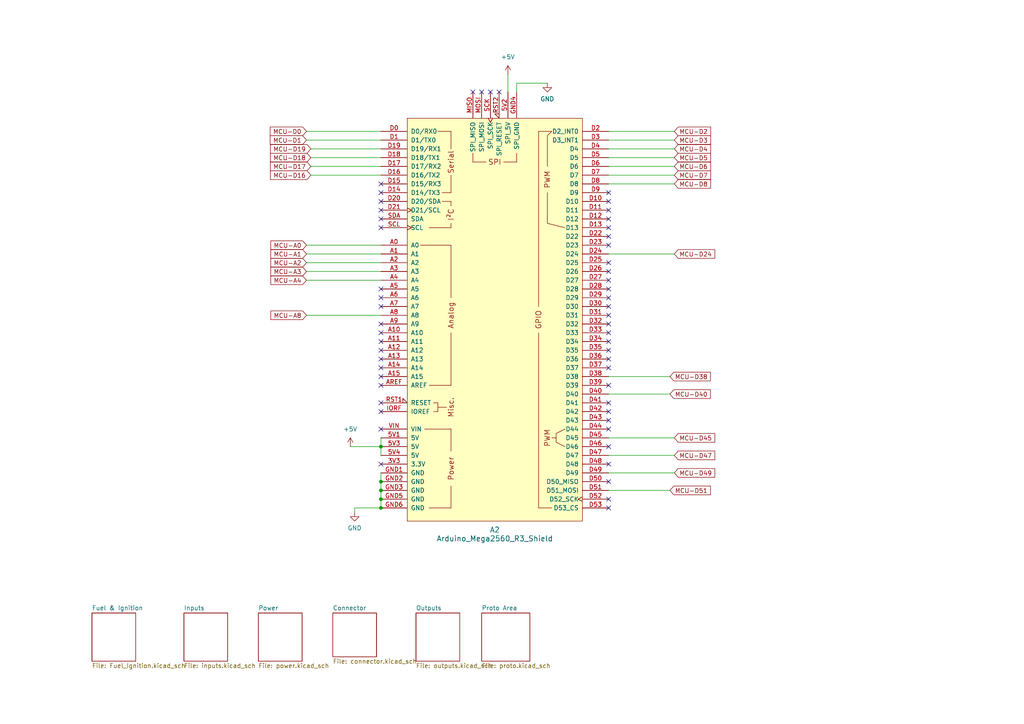
<source format=kicad_sch>
(kicad_sch (version 20231120) (generator "eeschema") (generator_version "8.0")
  (paper "A4")
  (lib_symbols
    (symbol "PCM_arduino-library:Arduino_Mega2560_R3_Shield" (pin_names (offset 1.016))
      (property "Reference" "A" (at 0 -62.23 0))
      (property "Value" "Arduino_Mega2560_R3_Shield" (at 0 -66.04 0))
      (symbol "Arduino_Mega2560_R3_Shield_0_0"
        (rectangle (start -25.4 -58.42) (end 25.4 58.42) (fill (type background)))
        (rectangle (start -20.32 -31.75) (end -12.7 -31.75))
        (rectangle (start -19.05 -54.61) (end -12.7 -54.61))
        (rectangle (start -19.05 -19.05) (end -12.7 -19.05))
        (rectangle (start -19.05 26.67) (end -12.7 26.67))
        (rectangle (start -17.78 -26.67) (end -16.51 -26.67))
        (rectangle (start -17.78 -24.13) (end -16.51 -24.13))
        (rectangle (start -16.51 -25.4) (end -13.97 -25.4))
        (rectangle (start -16.51 -24.13) (end -16.51 -26.67))
        (rectangle (start -16.51 54.61) (end -12.7 54.61))
        (rectangle (start -15.24 34.29) (end -12.7 34.29))
        (rectangle (start -15.24 36.83) (end -12.7 36.83))
        (rectangle (start -12.7 -54.61) (end -12.7 -48.26))
        (rectangle (start -12.7 -31.75) (end -12.7 -38.1))
        (rectangle (start -12.7 26.67) (end -12.7 27.94))
        (rectangle (start -12.7 34.29) (end -12.7 33.02))
        (rectangle (start -12.7 41.91) (end -12.7 36.83))
        (rectangle (start -12.7 49.53) (end -12.7 54.61))
        (rectangle (start -6.35 48.26) (end -6.35 45.72))
        (rectangle (start -2.54 45.72) (end -6.35 45.72))
        (polyline (pts (xy -21.59 21.59) (xy -12.7 21.59)))
        (polyline (pts (xy -12.7 -19.05) (xy -12.7 -3.81)))
        (polyline (pts (xy -12.7 6.35) (xy -12.7 21.59)))
        (polyline (pts (xy 12.7 -54.61) (xy 16.51 -54.61)))
        (polyline (pts (xy 12.7 54.61) (xy 16.51 54.61)))
        (polyline (pts (xy 17.78 -34.29) (xy 16.51 -34.29)))
        (polyline (pts (xy 15.24 36.83) (xy 15.24 27.94) (xy 20.32 26.67)))
        (polyline (pts (xy 15.24 44.45) (xy 15.24 53.34) (xy 16.51 54.61)))
        (polyline (pts (xy 20.32 -31.75) (xy 17.78 -33.02) (xy 17.78 -35.56) (xy 20.32 -36.83)))
        (rectangle (start 6.35 45.72) (end 2.54 45.72))
        (rectangle (start 6.35 48.26) (end 6.35 45.72))
        (text "Analog" (at -12.7 1.27 900) (effects (font (size 1.524 1.524))))
        (text "I²C" (at -12.7 30.48 900) (effects (font (size 1.524 1.524))))
        (text "Misc." (at -12.7 -25.4 900) (effects (font (size 1.524 1.524))))
        (text "Power" (at -12.7 -43.18 900) (effects (font (size 1.524 1.524))))
        (text "PWM" (at 15.24 -34.29 900) (effects (font (size 1.524 1.524))))
        (text "PWM" (at 15.24 40.64 900) (effects (font (size 1.524 1.524))))
        (text "Serial" (at -12.7 45.72 900) (effects (font (size 1.524 1.524))))
        (text "SPI" (at 0 45.72 0) (effects (font (size 1.524 1.524))))
      )
      (symbol "Arduino_Mega2560_R3_Shield_1_0"
        (rectangle (start 12.7 -54.61) (end 12.7 -3.81))
        (rectangle (start 12.7 54.61) (end 12.7 3.81))
        (text "GPIO" (at 12.7 0 900) (effects (font (size 1.524 1.524))))
      )
      (symbol "Arduino_Mega2560_R3_Shield_1_1"
        (pin power_out line (at -33.02 -41.91 0) (length 7.62) (name "3.3V") (number "3V3"))
        (pin power_in line (at -33.02 -34.29 0) (length 7.62) (name "5V") (number "5V1"))
        (pin power_in line (at 3.81 66.04 270) (length 7.62) (name "SPI_5V") (number "5V2"))
        (pin power_in line (at -33.02 -36.83 0) (length 7.62) (name "5V") (number "5V3"))
        (pin power_in line (at -33.02 -39.37 0) (length 7.62) (name "5V") (number "5V4"))
        (pin bidirectional line (at -33.02 21.59 0) (length 7.62) (name "A0") (number "A0"))
        (pin bidirectional line (at -33.02 19.05 0) (length 7.62) (name "A1") (number "A1"))
        (pin bidirectional line (at -33.02 -3.81 0) (length 7.62) (name "A10") (number "A10"))
        (pin bidirectional line (at -33.02 -6.35 0) (length 7.62) (name "A11") (number "A11"))
        (pin bidirectional line (at -33.02 -8.89 0) (length 7.62) (name "A12") (number "A12"))
        (pin bidirectional line (at -33.02 -11.43 0) (length 7.62) (name "A13") (number "A13"))
        (pin bidirectional line (at -33.02 -13.97 0) (length 7.62) (name "A14") (number "A14"))
        (pin bidirectional line (at -33.02 -16.51 0) (length 7.62) (name "A15") (number "A15"))
        (pin bidirectional line (at -33.02 16.51 0) (length 7.62) (name "A2") (number "A2"))
        (pin bidirectional line (at -33.02 13.97 0) (length 7.62) (name "A3") (number "A3"))
        (pin bidirectional line (at -33.02 11.43 0) (length 7.62) (name "A4") (number "A4"))
        (pin bidirectional line (at -33.02 8.89 0) (length 7.62) (name "A5") (number "A5"))
        (pin bidirectional line (at -33.02 6.35 0) (length 7.62) (name "A6") (number "A6"))
        (pin bidirectional line (at -33.02 3.81 0) (length 7.62) (name "A7") (number "A7"))
        (pin bidirectional line (at -33.02 1.27 0) (length 7.62) (name "A8") (number "A8"))
        (pin bidirectional line (at -33.02 -1.27 0) (length 7.62) (name "A9") (number "A9"))
        (pin input line (at -33.02 -19.05 0) (length 7.62) (name "AREF") (number "AREF"))
        (pin bidirectional line (at -33.02 54.61 0) (length 7.62) (name "D0/RX0") (number "D0"))
        (pin bidirectional line (at -33.02 52.07 0) (length 7.62) (name "D1/TX0") (number "D1"))
        (pin bidirectional line (at 33.02 34.29 180) (length 7.62) (name "D10") (number "D10"))
        (pin bidirectional line (at 33.02 31.75 180) (length 7.62) (name "D11") (number "D11"))
        (pin bidirectional line (at 33.02 29.21 180) (length 7.62) (name "D12") (number "D12"))
        (pin bidirectional line (at 33.02 26.67 180) (length 7.62) (name "D13") (number "D13"))
        (pin bidirectional line (at -33.02 36.83 0) (length 7.62) (name "D14/TX3") (number "D14"))
        (pin bidirectional line (at -33.02 39.37 0) (length 7.62) (name "D15/RX3") (number "D15"))
        (pin bidirectional line (at -33.02 41.91 0) (length 7.62) (name "D16/TX2") (number "D16"))
        (pin bidirectional line (at -33.02 44.45 0) (length 7.62) (name "D17/RX2") (number "D17"))
        (pin bidirectional line (at -33.02 46.99 0) (length 7.62) (name "D18/TX1") (number "D18"))
        (pin bidirectional line (at -33.02 49.53 0) (length 7.62) (name "D19/RX1") (number "D19"))
        (pin bidirectional line (at 33.02 54.61 180) (length 7.62) (name "D2_INT0") (number "D2"))
        (pin bidirectional line (at -33.02 34.29 0) (length 7.62) (name "D20/SDA") (number "D20"))
        (pin bidirectional clock (at -33.02 31.75 0) (length 7.62) (name "D21/SCL") (number "D21"))
        (pin bidirectional line (at 33.02 24.13 180) (length 7.62) (name "D22") (number "D22"))
        (pin bidirectional line (at 33.02 21.59 180) (length 7.62) (name "D23") (number "D23"))
        (pin bidirectional line (at 33.02 19.05 180) (length 7.62) (name "D24") (number "D24"))
        (pin bidirectional line (at 33.02 16.51 180) (length 7.62) (name "D25") (number "D25"))
        (pin bidirectional line (at 33.02 13.97 180) (length 7.62) (name "D26") (number "D26"))
        (pin bidirectional line (at 33.02 11.43 180) (length 7.62) (name "D27") (number "D27"))
        (pin bidirectional line (at 33.02 8.89 180) (length 7.62) (name "D28") (number "D28"))
        (pin bidirectional line (at 33.02 6.35 180) (length 7.62) (name "D29") (number "D29"))
        (pin bidirectional line (at 33.02 52.07 180) (length 7.62) (name "D3_INT1") (number "D3"))
        (pin bidirectional line (at 33.02 3.81 180) (length 7.62) (name "D30") (number "D30"))
        (pin bidirectional line (at 33.02 1.27 180) (length 7.62) (name "D31") (number "D31"))
        (pin bidirectional line (at 33.02 -1.27 180) (length 7.62) (name "D32") (number "D32"))
        (pin bidirectional line (at 33.02 -3.81 180) (length 7.62) (name "D33") (number "D33"))
        (pin bidirectional line (at 33.02 -6.35 180) (length 7.62) (name "D34") (number "D34"))
        (pin bidirectional line (at 33.02 -8.89 180) (length 7.62) (name "D35") (number "D35"))
        (pin bidirectional line (at 33.02 -11.43 180) (length 7.62) (name "D36") (number "D36"))
        (pin bidirectional line (at 33.02 -13.97 180) (length 7.62) (name "D37") (number "D37"))
        (pin bidirectional line (at 33.02 -16.51 180) (length 7.62) (name "D38") (number "D38"))
        (pin bidirectional line (at 33.02 -19.05 180) (length 7.62) (name "D39") (number "D39"))
        (pin bidirectional line (at 33.02 49.53 180) (length 7.62) (name "D4") (number "D4"))
        (pin bidirectional line (at 33.02 -21.59 180) (length 7.62) (name "D40") (number "D40"))
        (pin bidirectional line (at 33.02 -24.13 180) (length 7.62) (name "D41") (number "D41"))
        (pin bidirectional line (at 33.02 -26.67 180) (length 7.62) (name "D42") (number "D42"))
        (pin bidirectional line (at 33.02 -29.21 180) (length 7.62) (name "D43") (number "D43"))
        (pin bidirectional line (at 33.02 -31.75 180) (length 7.62) (name "D44") (number "D44"))
        (pin bidirectional line (at 33.02 -34.29 180) (length 7.62) (name "D45") (number "D45"))
        (pin bidirectional line (at 33.02 -36.83 180) (length 7.62) (name "D46") (number "D46"))
        (pin bidirectional line (at 33.02 -39.37 180) (length 7.62) (name "D47") (number "D47"))
        (pin bidirectional line (at 33.02 -41.91 180) (length 7.62) (name "D48") (number "D48"))
        (pin bidirectional line (at 33.02 -44.45 180) (length 7.62) (name "D49") (number "D49"))
        (pin bidirectional line (at 33.02 46.99 180) (length 7.62) (name "D5") (number "D5"))
        (pin bidirectional line (at 33.02 -46.99 180) (length 7.62) (name "D50_MISO") (number "D50"))
        (pin bidirectional line (at 33.02 -49.53 180) (length 7.62) (name "D51_MOSI") (number "D51"))
        (pin bidirectional clock (at 33.02 -52.07 180) (length 7.62) (name "D52_SCK") (number "D52"))
        (pin bidirectional line (at 33.02 -54.61 180) (length 7.62) (name "D53_CS") (number "D53"))
        (pin bidirectional line (at 33.02 44.45 180) (length 7.62) (name "D6") (number "D6"))
        (pin bidirectional line (at 33.02 41.91 180) (length 7.62) (name "D7") (number "D7"))
        (pin bidirectional line (at 33.02 39.37 180) (length 7.62) (name "D8") (number "D8"))
        (pin bidirectional line (at 33.02 36.83 180) (length 7.62) (name "D9") (number "D9"))
        (pin power_in line (at -33.02 -44.45 0) (length 7.62) (name "GND") (number "GND1"))
        (pin power_in line (at -33.02 -46.99 0) (length 7.62) (name "GND") (number "GND2"))
        (pin power_in line (at -33.02 -49.53 0) (length 7.62) (name "GND") (number "GND3"))
        (pin power_in line (at 6.35 66.04 270) (length 7.62) (name "SPI_GND") (number "GND4"))
        (pin power_in line (at -33.02 -52.07 0) (length 7.62) (name "GND") (number "GND5"))
        (pin power_in line (at -33.02 -54.61 0) (length 7.62) (name "GND") (number "GND6"))
        (pin output line (at -33.02 -26.67 0) (length 7.62) (name "IOREF") (number "IORF"))
        (pin input line (at -6.35 66.04 270) (length 7.62) (name "SPI_MISO") (number "MISO"))
        (pin output line (at -3.81 66.04 270) (length 7.62) (name "SPI_MOSI") (number "MOSI"))
        (pin open_collector input_low (at -33.02 -24.13 0) (length 7.62) (name "RESET") (number "RST1"))
        (pin open_collector input_low (at 1.27 66.04 270) (length 7.62) (name "SPI_RESET") (number "RST2"))
        (pin output clock (at -1.27 66.04 270) (length 7.62) (name "SPI_SCK") (number "SCK"))
        (pin bidirectional clock (at -33.02 26.67 0) (length 7.62) (name "SCL") (number "SCL"))
        (pin bidirectional line (at -33.02 29.21 0) (length 7.62) (name "SDA") (number "SDA"))
        (pin power_in line (at -33.02 -31.75 0) (length 7.62) (name "VIN") (number "VIN"))
      )
    )
    (symbol "power:+5V" (power) (pin_numbers hide) (pin_names (offset 0) hide)
      (property "Value" "+5V" (at 0 3.556 0))
      (symbol "+5V_0_1"
        (polyline (pts (xy -0.762 1.27) (xy 0 2.54)))
        (polyline (pts (xy 0 0) (xy 0 2.54)))
        (polyline (pts (xy 0 2.54) (xy 0.762 1.27)))
      )
      (symbol "+5V_1_1"
        (pin power_in line (at 0 0 90) (length 0) (name "~") (number "1"))
      )
    )
    (symbol "power:GND" (power) (pin_numbers hide) (pin_names (offset 0) hide)
      (property "Value" "GND" (at 0 -3.81 0))
      (symbol "GND_0_1"
        (polyline (pts (xy 0 0) (xy 0 -1.27) (xy 1.27 -1.27) (xy 0 -2.54) (xy -1.27 -1.27) (xy 0 -1.27)))
      )
      (symbol "GND_1_1"
        (pin power_in line (at 0 0 270) (length 0) (name "~") (number "1"))
      )
    )
  )
  (junction (at 110.49 139.7))
  (junction (at 110.49 142.24))
  (junction (at 110.49 147.32))
  (junction (at 110.49 129.54))
  (junction (at 110.49 144.78))
  (no_connect (at 110.49 134.62))
  (no_connect (at 176.53 99.06))
  (no_connect (at 176.53 121.92))
  (no_connect (at 176.53 91.44))
  (no_connect (at 110.49 88.9))
  (no_connect (at 176.53 134.62))
  (no_connect (at 176.53 147.32))
  (no_connect (at 110.49 55.88))
  (no_connect (at 176.53 86.36))
  (no_connect (at 110.49 99.06))
  (no_connect (at 176.53 68.58))
  (no_connect (at 110.49 116.84))
  (no_connect (at 110.49 63.5))
  (no_connect (at 110.49 111.76))
  (no_connect (at 110.49 83.82))
  (no_connect (at 176.53 119.38))
  (no_connect (at 142.24 26.67))
  (no_connect (at 110.49 109.22))
  (no_connect (at 176.53 144.78))
  (no_connect (at 176.53 96.52))
  (no_connect (at 110.49 58.42))
  (no_connect (at 176.53 116.84))
  (no_connect (at 176.53 71.12))
  (no_connect (at 176.53 124.46))
  (no_connect (at 110.49 104.14))
  (no_connect (at 139.7 26.67))
  (no_connect (at 110.49 96.52))
  (no_connect (at 176.53 66.04))
  (no_connect (at 110.49 93.98))
  (no_connect (at 176.53 104.14))
  (no_connect (at 176.53 78.74))
  (no_connect (at 176.53 101.6))
  (no_connect (at 110.49 66.04))
  (no_connect (at 137.16 26.67))
  (no_connect (at 176.53 88.9))
  (no_connect (at 176.53 139.7))
  (no_connect (at 110.49 60.96))
  (no_connect (at 176.53 60.96))
  (no_connect (at 110.49 86.36))
  (no_connect (at 144.78 26.67))
  (no_connect (at 176.53 81.28))
  (no_connect (at 176.53 55.88))
  (no_connect (at 176.53 129.54))
  (no_connect (at 176.53 58.42))
  (no_connect (at 176.53 106.68))
  (no_connect (at 110.49 124.46))
  (no_connect (at 176.53 83.82))
  (no_connect (at 176.53 76.2))
  (no_connect (at 176.53 111.76))
  (no_connect (at 110.49 119.38))
  (no_connect (at 176.53 93.98))
  (no_connect (at 110.49 101.6))
  (no_connect (at 176.53 63.5))
  (no_connect (at 110.49 106.68))
  (no_connect (at 110.49 53.34))
  (wire (pts (xy 110.49 81.28) (xy 88.9 81.28)))
  (wire (pts (xy 176.53 127) (xy 195.58 127)))
  (wire (pts (xy 110.49 91.44) (xy 88.9 91.44)))
  (wire (pts (xy 110.49 129.54) (xy 110.49 132.08)))
  (wire (pts (xy 195.58 50.8) (xy 176.53 50.8)))
  (wire (pts (xy 90.17 48.26) (xy 110.49 48.26)))
  (wire (pts (xy 101.6 129.54) (xy 110.49 129.54)))
  (wire (pts (xy 176.53 38.1) (xy 195.58 38.1)))
  (wire (pts (xy 176.53 53.34) (xy 195.58 53.34)))
  (wire (pts (xy 195.58 40.64) (xy 176.53 40.64)))
  (wire (pts (xy 102.87 147.32) (xy 102.87 148.59)))
  (wire (pts (xy 88.9 71.12) (xy 110.49 71.12)))
  (wire (pts (xy 176.53 132.08) (xy 195.58 132.08)))
  (wire (pts (xy 110.49 137.16) (xy 110.49 139.7)))
  (wire (pts (xy 88.9 73.66) (xy 110.49 73.66)))
  (wire (pts (xy 149.86 24.13) (xy 149.86 26.67)))
  (wire (pts (xy 90.17 43.18) (xy 110.49 43.18)))
  (wire (pts (xy 88.9 78.74) (xy 110.49 78.74)))
  (wire (pts (xy 110.49 40.64) (xy 88.9 40.64)))
  (wire (pts (xy 176.53 48.26) (xy 195.58 48.26)))
  (wire (pts (xy 110.49 139.7) (xy 110.49 142.24)))
  (wire (pts (xy 88.9 38.1) (xy 110.49 38.1)))
  (wire (pts (xy 176.53 137.16) (xy 195.58 137.16)))
  (wire (pts (xy 110.49 147.32) (xy 102.87 147.32)))
  (wire (pts (xy 149.86 24.13) (xy 158.75 24.13)))
  (wire (pts (xy 195.58 45.72) (xy 176.53 45.72)))
  (wire (pts (xy 110.49 144.78) (xy 110.49 147.32)))
  (wire (pts (xy 195.58 73.66) (xy 176.53 73.66)))
  (wire (pts (xy 194.31 109.22) (xy 176.53 109.22)))
  (wire (pts (xy 176.53 142.24) (xy 194.31 142.24)))
  (wire (pts (xy 110.49 127) (xy 110.49 129.54)))
  (wire (pts (xy 110.49 50.8) (xy 90.17 50.8)))
  (wire (pts (xy 110.49 76.2) (xy 88.9 76.2)))
  (wire (pts (xy 110.49 45.72) (xy 90.17 45.72)))
  (wire (pts (xy 147.32 21.59) (xy 147.32 26.67)))
  (wire (pts (xy 194.31 114.3) (xy 176.53 114.3)))
  (wire (pts (xy 176.53 43.18) (xy 195.58 43.18)))
  (wire (pts (xy 110.49 142.24) (xy 110.49 144.78)))
  (global_label "MCU-D18" (shape input) (at 90.17 45.72 180) (property "Intersheetrefs" "${INTERSHEET_REFS}" (effects (hide yes))))
  (global_label "MCU-D6" (shape input) (at 195.58 48.26 0) (property "Intersheetrefs" "${INTERSHEET_REFS}" (effects (hide yes))))
  (global_label "MCU-D3" (shape input) (at 195.58 40.64 0) (property "Intersheetrefs" "${INTERSHEET_REFS}" (effects (hide yes))))
  (global_label "MCU-D49" (shape input) (at 195.58 137.16 0) (property "Intersheetrefs" "${INTERSHEET_REFS}" (effects (hide yes))))
  (global_label "MCU-D40" (shape input) (at 194.31 114.3 0) (property "Intersheetrefs" "${INTERSHEET_REFS}" (effects (hide yes))))
  (global_label "MCU-D1" (shape input) (at 88.9 40.64 180) (property "Intersheetrefs" "${INTERSHEET_REFS}" (effects (hide yes))))
  (global_label "MCU-A8" (shape input) (at 88.9 91.44 180) (property "Intersheetrefs" "${INTERSHEET_REFS}" (effects (hide yes))))
  (global_label "MCU-A3" (shape input) (at 88.9 78.74 180) (property "Intersheetrefs" "${INTERSHEET_REFS}" (effects (hide yes))))
  (global_label "MCU-D24" (shape input) (at 195.58 73.66 0) (property "Intersheetrefs" "${INTERSHEET_REFS}" (effects (hide yes))))
  (global_label "MCU-D19" (shape input) (at 90.17 43.18 180) (property "Intersheetrefs" "${INTERSHEET_REFS}" (effects (hide yes))))
  (global_label "MCU-D17" (shape input) (at 90.17 48.26 180) (property "Intersheetrefs" "${INTERSHEET_REFS}" (effects (hide yes))))
  (global_label "MCU-D8" (shape input) (at 195.58 53.34 0) (property "Intersheetrefs" "${INTERSHEET_REFS}" (effects (hide yes))))
  (global_label "MCU-D47" (shape input) (at 195.58 132.08 0) (property "Intersheetrefs" "${INTERSHEET_REFS}" (effects (hide yes))))
  (global_label "MCU-A1" (shape input) (at 88.9 73.66 180) (property "Intersheetrefs" "${INTERSHEET_REFS}" (effects (hide yes))))
  (global_label "MCU-D38" (shape input) (at 194.31 109.22 0) (property "Intersheetrefs" "${INTERSHEET_REFS}" (effects (hide yes))))
  (global_label "MCU-A4" (shape input) (at 88.9 81.28 180) (property "Intersheetrefs" "${INTERSHEET_REFS}" (effects (hide yes))))
  (global_label "MCU-D4" (shape input) (at 195.58 43.18 0) (property "Intersheetrefs" "${INTERSHEET_REFS}" (effects (hide yes))))
  (global_label "MCU-D16" (shape input) (at 90.17 50.8 180) (property "Intersheetrefs" "${INTERSHEET_REFS}" (effects (hide yes))))
  (global_label "MCU-D5" (shape input) (at 195.58 45.72 0) (property "Intersheetrefs" "${INTERSHEET_REFS}" (effects (hide yes))))
  (global_label "MCU-D45" (shape input) (at 195.58 127 0) (property "Intersheetrefs" "${INTERSHEET_REFS}" (effects (hide yes))))
  (global_label "MCU-D7" (shape input) (at 195.58 50.8 0) (property "Intersheetrefs" "${INTERSHEET_REFS}" (effects (hide yes))))
  (global_label "MCU-A0" (shape input) (at 88.9 71.12 180) (property "Intersheetrefs" "${INTERSHEET_REFS}" (effects (hide yes))))
  (global_label "MCU-A2" (shape input) (at 88.9 76.2 180) (property "Intersheetrefs" "${INTERSHEET_REFS}" (effects (hide yes))))
  (global_label "MCU-D0" (shape input) (at 88.9 38.1 180) (property "Intersheetrefs" "${INTERSHEET_REFS}" (effects (hide yes))))
  (global_label "MCU-D51" (shape input) (at 194.31 142.24 0) (property "Intersheetrefs" "${INTERSHEET_REFS}" (effects (hide yes))))
  (global_label "MCU-D2" (shape input) (at 195.58 38.1 0) (property "Intersheetrefs" "${INTERSHEET_REFS}" (effects (hide yes))))
  (symbol (lib_id "power:+5V") (at 147.32 21.59 0) (unit 1)
    (property "Reference" "#PWR055" (effects (hide yes)))
    (property "Value" "+5V" (at 147.32 16.51 0))
    (property "Description" "Power symbol creates a global label with name \"+5V\"" (effects (hide yes)))
  )
  (symbol (lib_id "power:GND") (at 158.75 24.13 0) (unit 1)
    (property "Reference" "#PWR057" (effects (hide yes)))
    (property "Value" "GND" (at 160.782 28.702 0) (effects (justify right)))
    (property "Description" "Power symbol creates a global label with name \"GND\" , ground" (effects (hide yes)))
  )
  (symbol (lib_id "PCM_arduino-library:Arduino_Mega2560_R3_Shield") (at 143.51 92.71 0) (unit 1)
    (property "Reference" "A2" (at 143.51 153.67 0) (effects (font (size 1.524 1.524))))
    (property "Value" "Arduino_Mega2560_R3_Shield" (at 143.51 156.21 0) (effects (font (size 1.524 1.524))))
    (property "Footprint" "PCM_arduino-library:Arduino_Mega2560_R3_Shield" (effects (hide yes)))
    (property "Datasheet" "https://docs.arduino.cc/hardware/mega-2560" (effects (hide yes)))
    (property "Description" "Shield for Arduino Mega 2560 R3" (effects (hide yes)))
  )
  (symbol (lib_id "power:+5V") (at 101.6 129.54 0) (unit 1)
    (property "Reference" "#PWR02" (effects (hide yes)))
    (property "Value" "+5V" (at 101.6 124.46 0))
    (property "Description" "Power symbol creates a global label with name \"+5V\"" (effects (hide yes)))
  )
  (symbol (lib_id "power:GND") (at 102.87 148.59 0) (unit 1)
    (property "Reference" "#PWR01" (effects (hide yes)))
    (property "Value" "GND" (at 104.902 153.162 0) (effects (justify right)))
    (property "Description" "Power symbol creates a global label with name \"GND\" , ground" (effects (hide yes)))
  )
  (sheet (at 53.34 177.8) (size 12.7 13.97)
    (property "Sheetname" "Inputs" (at 53.34 177.0884 0) (effects (justify left bottom)))
    (property "Sheetfile" "inputs.kicad_sch" (at 53.34 192.3546 0) (effects (justify left top)))
  )
  (sheet (at 96.52 177.8) (size 12.7 12.7)
    (property "Sheetname" "Connector" (at 96.52 177.0884 0) (effects (justify left bottom)))
    (property "Sheetfile" "connector.kicad_sch" (at 96.52 191.0846 0) (effects (justify left top)))
  )
  (sheet (at 120.65 177.8) (size 12.7 13.97)
    (property "Sheetname" "Outputs" (at 120.65 177.0884 0) (effects (justify left bottom)))
    (property "Sheetfile" "outputs.kicad_sch" (at 120.65 192.3546 0) (effects (justify left top)))
  )
  (sheet (at 26.67 177.8) (size 12.7 13.97)
    (property "Sheetname" "Fuel & Ignition" (at 26.67 177.0884 0) (effects (justify left bottom)))
    (property "Sheetfile" "Fuel_Ignition.kicad_sch" (at 26.67 192.3546 0) (effects (justify left top)))
  )
  (sheet (at 139.7 177.8) (size 13.97 13.97)
    (property "Sheetname" "Proto Area" (at 139.7 177.0884 0) (effects (justify left bottom)))
    (property "Sheetfile" "proto.kicad_sch" (at 139.7 192.3546 0) (effects (justify left top)))
  )
  (sheet (at 74.93 177.8) (size 12.7 13.97)
    (property "Sheetname" "Power" (at 74.93 177.0884 0) (effects (justify left bottom)))
    (property "Sheetfile" "power.kicad_sch" (at 74.93 192.3546 0) (effects (justify left top)))
  )
)
</source>
